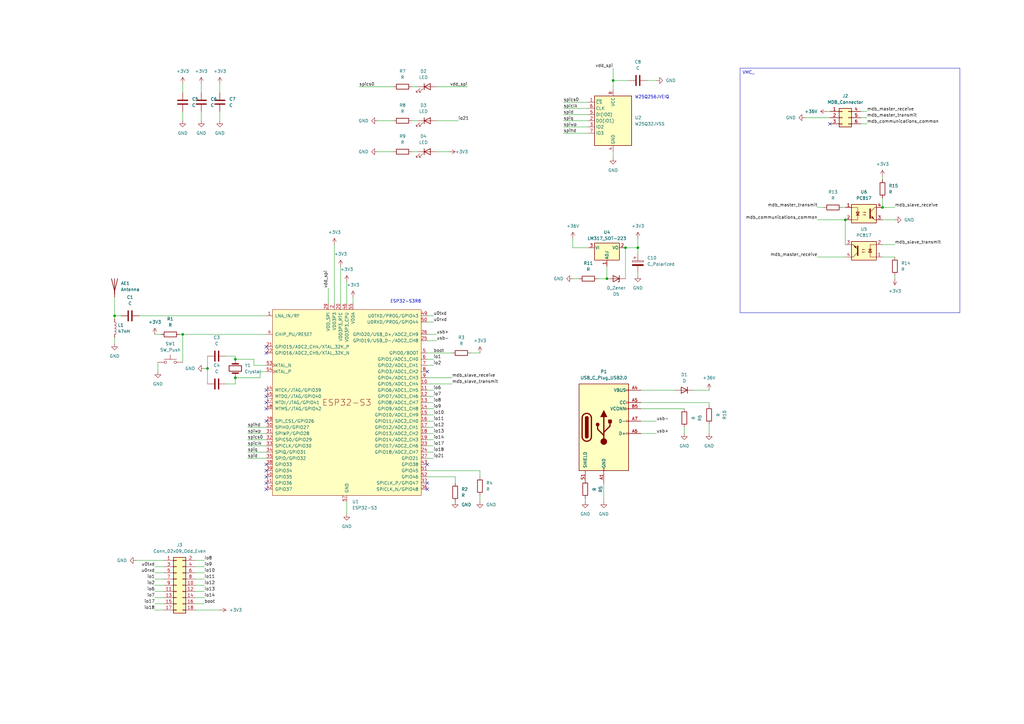
<source format=kicad_sch>
(kicad_sch (version 20231120) (generator "eeschema") (generator_version "8.0")
  (paper "A3")
  (lib_symbols
    (symbol "Connector:USB_C_Plug_USB2.0" (pin_names (offset 1.016))
      (property "Reference" "P" (at -10.16 19.05 0))
      (property "Value" "USB_C_Plug_USB2.0" (at 12.7 19.05 0))
      (symbol "USB_C_Plug_USB2.0_0_0"
        (rectangle (start -0.254 -17.78) (end 0.254 -16.764))
        (rectangle (start 10.16 -2.286) (end 9.144 -2.794))
        (rectangle (start 10.16 2.794) (end 9.144 2.286))
        (rectangle (start 10.16 7.874) (end 9.144 7.366))
        (rectangle (start 10.16 10.414) (end 9.144 9.906))
        (rectangle (start 10.16 15.494) (end 9.144 14.986))
      )
      (symbol "USB_C_Plug_USB2.0_0_1"
        (rectangle (start -10.16 17.78) (end 10.16 -17.78) (stroke (width 0.254)) (fill (type background)))
        (arc (start -8.89 -3.81) (mid -6.985 -5.7067) (end -5.08 -3.81) (stroke (width 0.508)))
        (arc (start -7.62 -3.81) (mid -6.985 -4.4423) (end -6.35 -3.81) (stroke (width 0.254)))
        (arc (start -7.62 -3.81) (mid -6.985 -4.4423) (end -6.35 -3.81) (stroke (width 0.254)) (fill (type outline)))
        (rectangle (start -7.62 -3.81) (end -6.35 3.81) (stroke (width 0.254)) (fill (type outline)))
        (arc (start -6.35 3.81) (mid -6.985 4.4423) (end -7.62 3.81) (stroke (width 0.254)))
        (arc (start -6.35 3.81) (mid -6.985 4.4423) (end -7.62 3.81) (stroke (width 0.254)) (fill (type outline)))
        (arc (start -5.08 3.81) (mid -6.985 5.7067) (end -8.89 3.81) (stroke (width 0.508)))
        (circle (center -2.54 1.143) (radius 0.635) (stroke (width 0.254)) (fill (type outline)))
        (circle (center 0 -5.842) (radius 1.27) (fill (type outline)))
        (polyline (pts (xy -8.89 -3.81) (xy -8.89 3.81)) (stroke (width 0.508)))
        (polyline (pts (xy -5.08 3.81) (xy -5.08 -3.81)) (stroke (width 0.508)))
        (polyline (pts (xy 0 -5.842) (xy 0 4.318)) (stroke (width 0.508)))
        (polyline (pts (xy 0 -3.302) (xy -2.54 -0.762) (xy -2.54 0.508)) (stroke (width 0.508)))
        (polyline (pts (xy 0 -2.032) (xy 2.54 0.508) (xy 2.54 1.778)) (stroke (width 0.508)))
        (polyline (pts (xy -1.27 4.318) (xy 0 6.858) (xy 1.27 4.318) (xy -1.27 4.318)) (stroke (width 0.254)) (fill (type outline)))
        (rectangle (start 1.905 1.778) (end 3.175 3.048) (stroke (width 0.254)) (fill (type outline)))
      )
      (symbol "USB_C_Plug_USB2.0_1_1"
        (pin passive line (at 0 -22.86 90) (length 5.08) (name "GND") (number "A1"))
        (pin passive line (at 0 -22.86 90) (length 5.08) hide (name "GND") (number "A12"))
        (pin passive line (at 15.24 15.24 180) (length 5.08) (name "VBUS") (number "A4"))
        (pin bidirectional line (at 15.24 10.16 180) (length 5.08) (name "CC") (number "A5"))
        (pin bidirectional line (at 15.24 -2.54 180) (length 5.08) (name "D+") (number "A6"))
        (pin bidirectional line (at 15.24 2.54 180) (length 5.08) (name "D-") (number "A7"))
        (pin passive line (at 15.24 15.24 180) (length 5.08) hide (name "VBUS") (number "A9"))
        (pin passive line (at 0 -22.86 90) (length 5.08) hide (name "GND") (number "B1"))
        (pin passive line (at 0 -22.86 90) (length 5.08) hide (name "GND") (number "B12"))
        (pin passive line (at 15.24 15.24 180) (length 5.08) hide (name "VBUS") (number "B4"))
        (pin bidirectional line (at 15.24 7.62 180) (length 5.08) (name "VCONN") (number "B5"))
        (pin passive line (at 15.24 15.24 180) (length 5.08) hide (name "VBUS") (number "B9"))
        (pin passive line (at -7.62 -22.86 90) (length 5.08) (name "SHIELD") (number "S1"))
      )
    )
    (symbol "Connector_Generic:Conn_02x03_Top_Bottom" (pin_names (offset 1.016) hide)
      (property "Reference" "J" (at 1.27 5.08 0))
      (property "Value" "Conn_02x03_Top_Bottom" (at 1.27 -5.08 0))
      (symbol "Conn_02x03_Top_Bottom_1_1"
        (rectangle (start -1.27 -2.413) (end 0 -2.667) (stroke (width 0.1524)))
        (rectangle (start -1.27 0.127) (end 0 -0.127) (stroke (width 0.1524)))
        (rectangle (start -1.27 2.667) (end 0 2.413) (stroke (width 0.1524)))
        (rectangle (start -1.27 3.81) (end 3.81 -3.81) (stroke (width 0.254)) (fill (type background)))
        (rectangle (start 3.81 -2.413) (end 2.54 -2.667) (stroke (width 0.1524)))
        (rectangle (start 3.81 0.127) (end 2.54 -0.127) (stroke (width 0.1524)))
        (rectangle (start 3.81 2.667) (end 2.54 2.413) (stroke (width 0.1524)))
        (pin passive line (at -5.08 2.54 0) (length 3.81) (name "Pin_1") (number "1"))
        (pin passive line (at -5.08 0 0) (length 3.81) (name "Pin_2") (number "2"))
        (pin passive line (at -5.08 -2.54 0) (length 3.81) (name "Pin_3") (number "3"))
        (pin passive line (at 7.62 2.54 180) (length 3.81) (name "Pin_4") (number "4"))
        (pin passive line (at 7.62 0 180) (length 3.81) (name "Pin_5") (number "5"))
        (pin passive line (at 7.62 -2.54 180) (length 3.81) (name "Pin_6") (number "6"))
      )
    )
    (symbol "Connector_Generic:Conn_02x09_Odd_Even" (pin_names (offset 1.016) hide)
      (property "Reference" "J" (at 1.27 12.7 0))
      (property "Value" "Conn_02x09_Odd_Even" (at 1.27 -12.7 0))
      (symbol "Conn_02x09_Odd_Even_1_1"
        (rectangle (start -1.27 -10.033) (end 0 -10.287) (stroke (width 0.1524)))
        (rectangle (start -1.27 -7.493) (end 0 -7.747) (stroke (width 0.1524)))
        (rectangle (start -1.27 -4.953) (end 0 -5.207) (stroke (width 0.1524)))
        (rectangle (start -1.27 -2.413) (end 0 -2.667) (stroke (width 0.1524)))
        (rectangle (start -1.27 0.127) (end 0 -0.127) (stroke (width 0.1524)))
        (rectangle (start -1.27 2.667) (end 0 2.413) (stroke (width 0.1524)))
        (rectangle (start -1.27 5.207) (end 0 4.953) (stroke (width 0.1524)))
        (rectangle (start -1.27 7.747) (end 0 7.493) (stroke (width 0.1524)))
        (rectangle (start -1.27 10.287) (end 0 10.033) (stroke (width 0.1524)))
        (rectangle (start -1.27 11.43) (end 3.81 -11.43) (stroke (width 0.254)) (fill (type background)))
        (rectangle (start 3.81 -10.033) (end 2.54 -10.287) (stroke (width 0.1524)))
        (rectangle (start 3.81 -7.493) (end 2.54 -7.747) (stroke (width 0.1524)))
        (rectangle (start 3.81 -4.953) (end 2.54 -5.207) (stroke (width 0.1524)))
        (rectangle (start 3.81 -2.413) (end 2.54 -2.667) (stroke (width 0.1524)))
        (rectangle (start 3.81 0.127) (end 2.54 -0.127) (stroke (width 0.1524)))
        (rectangle (start 3.81 2.667) (end 2.54 2.413) (stroke (width 0.1524)))
        (rectangle (start 3.81 5.207) (end 2.54 4.953) (stroke (width 0.1524)))
        (rectangle (start 3.81 7.747) (end 2.54 7.493) (stroke (width 0.1524)))
        (rectangle (start 3.81 10.287) (end 2.54 10.033) (stroke (width 0.1524)))
        (pin passive line (at -5.08 10.16 0) (length 3.81) (name "Pin_1") (number "1"))
        (pin passive line (at 7.62 0 180) (length 3.81) (name "Pin_10") (number "10"))
        (pin passive line (at -5.08 -2.54 0) (length 3.81) (name "Pin_11") (number "11"))
        (pin passive line (at 7.62 -2.54 180) (length 3.81) (name "Pin_12") (number "12"))
        (pin passive line (at -5.08 -5.08 0) (length 3.81) (name "Pin_13") (number "13"))
        (pin passive line (at 7.62 -5.08 180) (length 3.81) (name "Pin_14") (number "14"))
        (pin passive line (at -5.08 -7.62 0) (length 3.81) (name "Pin_15") (number "15"))
        (pin passive line (at 7.62 -7.62 180) (length 3.81) (name "Pin_16") (number "16"))
        (pin passive line (at -5.08 -10.16 0) (length 3.81) (name "Pin_17") (number "17"))
        (pin passive line (at 7.62 -10.16 180) (length 3.81) (name "Pin_18") (number "18"))
        (pin passive line (at 7.62 10.16 180) (length 3.81) (name "Pin_2") (number "2"))
        (pin passive line (at -5.08 7.62 0) (length 3.81) (name "Pin_3") (number "3"))
        (pin passive line (at 7.62 7.62 180) (length 3.81) (name "Pin_4") (number "4"))
        (pin passive line (at -5.08 5.08 0) (length 3.81) (name "Pin_5") (number "5"))
        (pin passive line (at 7.62 5.08 180) (length 3.81) (name "Pin_6") (number "6"))
        (pin passive line (at -5.08 2.54 0) (length 3.81) (name "Pin_7") (number "7"))
        (pin passive line (at 7.62 2.54 180) (length 3.81) (name "Pin_8") (number "8"))
        (pin passive line (at -5.08 0 0) (length 3.81) (name "Pin_9") (number "9"))
      )
    )
    (symbol "Device:Antenna" (pin_numbers hide) (pin_names (offset 1.016) hide)
      (property "Reference" "AE" (at -1.905 1.905 0))
      (property "Value" "Antenna" (at -1.905 0 0))
      (symbol "Antenna_0_1"
        (polyline (pts (xy 0 2.54) (xy 0 -3.81)) (stroke (width 0.254)))
        (polyline (pts (xy 1.27 2.54) (xy 0 -2.54) (xy -1.27 2.54)) (stroke (width 0.254)))
      )
      (symbol "Antenna_1_1"
        (pin input line (at 0 -5.08 90) (length 2.54) (name "A") (number "1"))
      )
    )
    (symbol "Device:C" (pin_numbers hide) (pin_names (offset 0.254))
      (property "Reference" "C" (at 0.635 2.54 0))
      (property "Value" "C" (at 0.635 -2.54 0))
      (symbol "C_0_1"
        (polyline (pts (xy -2.032 -0.762) (xy 2.032 -0.762)) (stroke (width 0.508)))
        (polyline (pts (xy -2.032 0.762) (xy 2.032 0.762)) (stroke (width 0.508)))
      )
      (symbol "C_1_1"
        (pin passive line (at 0 3.81 270) (length 2.794) (name "~") (number "1"))
        (pin passive line (at 0 -3.81 90) (length 2.794) (name "~") (number "2"))
      )
    )
    (symbol "Device:C_Polarized" (pin_numbers hide) (pin_names (offset 0.254))
      (property "Reference" "C" (at 0.635 2.54 0))
      (property "Value" "C_Polarized" (at 0.635 -2.54 0))
      (symbol "C_Polarized_0_1"
        (rectangle (start -2.286 0.508) (end 2.286 1.016))
        (polyline (pts (xy -1.778 2.286) (xy -0.762 2.286)))
        (polyline (pts (xy -1.27 2.794) (xy -1.27 1.778)))
        (rectangle (start 2.286 -0.508) (end -2.286 -1.016) (fill (type outline)))
      )
      (symbol "C_Polarized_1_1"
        (pin passive line (at 0 3.81 270) (length 2.794) (name "~") (number "1"))
        (pin passive line (at 0 -3.81 90) (length 2.794) (name "~") (number "2"))
      )
    )
    (symbol "Device:Crystal" (pin_numbers hide) (pin_names (offset 1.016) hide)
      (property "Reference" "Y" (at 0 3.81 0))
      (property "Value" "Crystal" (at 0 -3.81 0))
      (symbol "Crystal_0_1"
        (rectangle (start -1.143 2.54) (end 1.143 -2.54) (stroke (width 0.3048)))
        (polyline (pts (xy -2.54 0) (xy -1.905 0)))
        (polyline (pts (xy -1.905 -1.27) (xy -1.905 1.27)) (stroke (width 0.508)))
        (polyline (pts (xy 1.905 -1.27) (xy 1.905 1.27)) (stroke (width 0.508)))
        (polyline (pts (xy 2.54 0) (xy 1.905 0)))
      )
      (symbol "Crystal_1_1"
        (pin passive line (at -3.81 0 0) (length 1.27) (name "1") (number "1"))
        (pin passive line (at 3.81 0 180) (length 1.27) (name "2") (number "2"))
      )
    )
    (symbol "Device:D" (pin_numbers hide) (pin_names (offset 1.016) hide)
      (property "Reference" "D" (at 0 2.54 0))
      (property "Value" "D" (at 0 -2.54 0))
      (symbol "D_0_1"
        (polyline (pts (xy -1.27 1.27) (xy -1.27 -1.27)) (stroke (width 0.254)))
        (polyline (pts (xy 1.27 0) (xy -1.27 0)))
        (polyline (pts (xy 1.27 1.27) (xy 1.27 -1.27) (xy -1.27 0) (xy 1.27 1.27)) (stroke (width 0.254)))
      )
      (symbol "D_1_1"
        (pin passive line (at -3.81 0 0) (length 2.54) (name "K") (number "1"))
        (pin passive line (at 3.81 0 180) (length 2.54) (name "A") (number "2"))
      )
    )
    (symbol "Device:D_Zener" (pin_numbers hide) (pin_names (offset 1.016) hide)
      (property "Reference" "D" (at 0 2.54 0))
      (property "Value" "D_Zener" (at 0 -2.54 0))
      (symbol "D_Zener_0_1"
        (polyline (pts (xy 1.27 0) (xy -1.27 0)))
        (polyline (pts (xy -1.27 -1.27) (xy -1.27 1.27) (xy -0.762 1.27)) (stroke (width 0.254)))
        (polyline (pts (xy 1.27 -1.27) (xy 1.27 1.27) (xy -1.27 0) (xy 1.27 -1.27)) (stroke (width 0.254)))
      )
      (symbol "D_Zener_1_1"
        (pin passive line (at -3.81 0 0) (length 2.54) (name "K") (number "1"))
        (pin passive line (at 3.81 0 180) (length 2.54) (name "A") (number "2"))
      )
    )
    (symbol "Device:L" (pin_numbers hide) (pin_names (offset 1.016) hide)
      (property "Reference" "L" (at -1.27 0 90))
      (property "Value" "L" (at 1.905 0 90))
      (symbol "L_0_1"
        (arc (start 0 -2.54) (mid 0.6323 -1.905) (end 0 -1.27))
        (arc (start 0 -1.27) (mid 0.6323 -0.635) (end 0 0))
        (arc (start 0 0) (mid 0.6323 0.635) (end 0 1.27))
        (arc (start 0 1.27) (mid 0.6323 1.905) (end 0 2.54))
      )
      (symbol "L_1_1"
        (pin passive line (at 0 3.81 270) (length 1.27) (name "1") (number "1"))
        (pin passive line (at 0 -3.81 90) (length 1.27) (name "2") (number "2"))
      )
    )
    (symbol "Device:LED" (pin_numbers hide) (pin_names (offset 1.016) hide)
      (property "Reference" "D" (at 0 2.54 0))
      (property "Value" "LED" (at 0 -2.54 0))
      (symbol "LED_0_1"
        (polyline (pts (xy -1.27 -1.27) (xy -1.27 1.27)) (stroke (width 0.254)))
        (polyline (pts (xy -1.27 0) (xy 1.27 0)))
        (polyline (pts (xy 1.27 -1.27) (xy 1.27 1.27) (xy -1.27 0) (xy 1.27 -1.27)) (stroke (width 0.254)))
        (polyline (pts (xy -3.048 -0.762) (xy -4.572 -2.286) (xy -3.81 -2.286) (xy -4.572 -2.286) (xy -4.572 -1.524)))
        (polyline (pts (xy -1.778 -0.762) (xy -3.302 -2.286) (xy -2.54 -2.286) (xy -3.302 -2.286) (xy -3.302 -1.524)))
      )
      (symbol "LED_1_1"
        (pin passive line (at -3.81 0 0) (length 2.54) (name "K") (number "1"))
        (pin passive line (at 3.81 0 180) (length 2.54) (name "A") (number "2"))
      )
    )
    (symbol "Device:R" (pin_numbers hide) (pin_names (offset 0))
      (property "Reference" "R" (at 2.032 0 90))
      (property "Value" "R" (at 0 0 90))
      (symbol "R_0_1"
        (rectangle (start -1.016 -2.54) (end 1.016 2.54) (stroke (width 0.254)))
      )
      (symbol "R_1_1"
        (pin passive line (at 0 3.81 270) (length 1.27) (name "~") (number "1"))
        (pin passive line (at 0 -3.81 90) (length 1.27) (name "~") (number "2"))
      )
    )
    (symbol "Isolator:PC817" (pin_names (offset 1.016))
      (property "Reference" "U" (at -5.08 5.08 0))
      (property "Value" "PC817" (at 0 5.08 0))
      (symbol "PC817_0_1"
        (rectangle (start -5.08 3.81) (end 5.08 -3.81) (stroke (width 0.254)) (fill (type background)))
        (polyline (pts (xy -3.175 -0.635) (xy -1.905 -0.635)) (stroke (width 0.254)))
        (polyline (pts (xy 2.54 0.635) (xy 4.445 2.54)))
        (polyline (pts (xy 4.445 -2.54) (xy 2.54 -0.635)) (fill (type outline)))
        (polyline (pts (xy 4.445 -2.54) (xy 5.08 -2.54)))
        (polyline (pts (xy 4.445 2.54) (xy 5.08 2.54)))
        (polyline (pts (xy -5.08 2.54) (xy -2.54 2.54) (xy -2.54 -0.635)))
        (polyline (pts (xy -2.54 -0.635) (xy -2.54 -2.54) (xy -5.08 -2.54)))
        (polyline (pts (xy 2.54 1.905) (xy 2.54 -1.905) (xy 2.54 -1.905)) (stroke (width 0.508)))
        (polyline (pts (xy -2.54 -0.635) (xy -3.175 0.635) (xy -1.905 0.635) (xy -2.54 -0.635)) (stroke (width 0.254)))
        (polyline (pts (xy -0.508 -0.508) (xy 0.762 -0.508) (xy 0.381 -0.635) (xy 0.381 -0.381) (xy 0.762 -0.508)))
        (polyline (pts (xy -0.508 0.508) (xy 0.762 0.508) (xy 0.381 0.381) (xy 0.381 0.635) (xy 0.762 0.508)))
        (polyline (pts (xy 3.048 -1.651) (xy 3.556 -1.143) (xy 4.064 -2.159) (xy 3.048 -1.651) (xy 3.048 -1.651)) (fill (type outline)))
      )
      (symbol "PC817_1_1"
        (pin passive line (at -7.62 2.54 0) (length 2.54) (name "~") (number "1"))
        (pin passive line (at -7.62 -2.54 0) (length 2.54) (name "~") (number "2"))
        (pin passive line (at 7.62 -2.54 180) (length 2.54) (name "~") (number "3"))
        (pin passive line (at 7.62 2.54 180) (length 2.54) (name "~") (number "4"))
      )
    )
    (symbol "Memory_Flash:W25Q32JVSS"
      (property "Reference" "U" (at -6.35 11.43 0))
      (property "Value" "W25Q32JVSS" (at 7.62 11.43 0))
      (symbol "W25Q32JVSS_0_1"
        (rectangle (start -7.62 10.16) (end 7.62 -10.16) (stroke (width 0.254)) (fill (type background)))
      )
      (symbol "W25Q32JVSS_1_1"
        (pin input line (at -10.16 7.62 0) (length 2.54) (name "~{CS}") (number "1"))
        (pin bidirectional line (at -10.16 0 0) (length 2.54) (name "DO(IO1)") (number "2"))
        (pin bidirectional line (at -10.16 -2.54 0) (length 2.54) (name "IO2") (number "3"))
        (pin power_in line (at 0 -12.7 90) (length 2.54) (name "GND") (number "4"))
        (pin bidirectional line (at -10.16 2.54 0) (length 2.54) (name "DI(IO0)") (number "5"))
        (pin input line (at -10.16 5.08 0) (length 2.54) (name "CLK") (number "6"))
        (pin bidirectional line (at -10.16 -5.08 0) (length 2.54) (name "IO3") (number "7"))
        (pin power_in line (at 0 12.7 270) (length 2.54) (name "VCC") (number "8"))
      )
    )
    (symbol "PCM_Espressif:ESP32-S3" (pin_names (offset 1.016))
      (property "Reference" "U" (at -30.48 43.18 0))
      (property "Value" "ESP32-S3" (at -30.48 40.64 0))
      (symbol "ESP32-S3_0_0"
        (text "ESP32-S3" (at 0 0 0) (effects (font (size 2.54 2.54))))
        (pin bidirectional line (at 33.02 -35.56 180) (length 2.54) (name "SPICLK_N/GPIO48") (number "36"))
        (pin bidirectional line (at 33.02 -33.02 180) (length 2.54) (name "SPICLK_P/GPIO47") (number "37"))
      )
      (symbol "ESP32-S3_0_1"
        (rectangle (start -30.48 38.1) (end 30.48 -38.1) (fill (type background)))
      )
      (symbol "ESP32-S3_1_1"
        (pin bidirectional line (at -33.02 35.56 0) (length 2.54) (name "LNA_IN/RF") (number "1"))
        (pin bidirectional line (at 33.02 7.62 180) (length 2.54) (name "GPIO5/ADC1_CH4") (number "10"))
        (pin bidirectional line (at 33.02 5.08 180) (length 2.54) (name "GPIO6/ADC1_CH5") (number "11"))
        (pin bidirectional line (at 33.02 2.54 180) (length 2.54) (name "GPIO7/ADC1_CH6") (number "12"))
        (pin bidirectional line (at 33.02 0 180) (length 2.54) (name "GPIO8/ADC1_CH7") (number "13"))
        (pin bidirectional line (at 33.02 -2.54 180) (length 2.54) (name "GPIO9/ADC1_CH8") (number "14"))
        (pin bidirectional line (at 33.02 -5.08 180) (length 2.54) (name "GPIO10/ADC1_CH9") (number "15"))
        (pin bidirectional line (at 33.02 -7.62 180) (length 2.54) (name "GPIO11/ADC2_CH0") (number "16"))
        (pin bidirectional line (at 33.02 -10.16 180) (length 2.54) (name "GPIO12/ADC2_CH1") (number "17"))
        (pin bidirectional line (at 33.02 -12.7 180) (length 2.54) (name "GPIO13/ADC2_CH2") (number "18"))
        (pin bidirectional line (at 33.02 -15.24 180) (length 2.54) (name "GPIO14/ADC2_CH3") (number "19"))
        (pin power_in line (at -5.08 40.64 270) (length 2.54) (name "VDD3P3") (number "2"))
        (pin power_in line (at -2.54 40.64 270) (length 2.54) (name "VDD3P3_RTC") (number "20"))
        (pin bidirectional line (at -33.02 22.86 0) (length 2.54) (name "GPIO15/ADC2_CH4/XTAL_32K_P") (number "21"))
        (pin bidirectional line (at -33.02 20.32 0) (length 2.54) (name "GPIO16/ADC2_CH5/XTAL_32K_N") (number "22"))
        (pin bidirectional line (at 33.02 -17.78 180) (length 2.54) (name "GPIO17/ADC2_CH6") (number "23"))
        (pin bidirectional line (at 33.02 -20.32 180) (length 2.54) (name "GPIO18/ADC2_CH7") (number "24"))
        (pin bidirectional line (at 33.02 25.4 180) (length 2.54) (name "GPIO19/USB_D-/ADC2_CH8") (number "25"))
        (pin bidirectional line (at 33.02 27.94 180) (length 2.54) (name "GPIO20/USB_D+/ADC2_CH9") (number "26"))
        (pin bidirectional line (at 33.02 -22.86 180) (length 2.54) (name "GPIO21") (number "27"))
        (pin bidirectional line (at -33.02 -7.62 0) (length 2.54) (name "SPI_CS1/GPIO26") (number "28"))
        (pin power_out line (at -7.62 40.64 270) (length 2.54) (name "VDD_SPI") (number "29"))
        (pin power_in line (at -5.08 40.64 270) (length 2.54) hide (name "VDD3P3") (number "3"))
        (pin bidirectional line (at -33.02 -10.16 0) (length 2.54) (name "SPIHD/GPIO27") (number "30"))
        (pin bidirectional line (at -33.02 -12.7 0) (length 2.54) (name "SPIWP/GPIO28") (number "31"))
        (pin bidirectional line (at -33.02 -15.24 0) (length 2.54) (name "SPICS0/GPIO29") (number "32"))
        (pin bidirectional line (at -33.02 -17.78 0) (length 2.54) (name "SPICLK/GPIO30") (number "33"))
        (pin bidirectional line (at -33.02 -20.32 0) (length 2.54) (name "SPIQ/GPIO31") (number "34"))
        (pin bidirectional line (at -33.02 -22.86 0) (length 2.54) (name "SPID/GPIO32") (number "35"))
        (pin bidirectional line (at -33.02 -25.4 0) (length 2.54) (name "GPIO33") (number "38"))
        (pin bidirectional line (at -33.02 -27.94 0) (length 2.54) (name "GPIO34") (number "39"))
        (pin input line (at -33.02 27.94 0) (length 2.54) (name "CHIP_PU/RESET") (number "4"))
        (pin bidirectional line (at -33.02 -30.48 0) (length 2.54) (name "GPIO35") (number "40"))
        (pin bidirectional line (at -33.02 -33.02 0) (length 2.54) (name "GPIO36") (number "41"))
        (pin bidirectional line (at -33.02 -35.56 0) (length 2.54) (name "GPIO37") (number "42"))
        (pin bidirectional line (at 33.02 -25.4 180) (length 2.54) (name "GPIO38") (number "43"))
        (pin bidirectional line (at -33.02 5.08 0) (length 2.54) (name "MTCK/JTAG/GPIO39") (number "44"))
        (pin bidirectional line (at -33.02 2.54 0) (length 2.54) (name "MTDO/JTAG/GPIO40") (number "45"))
        (pin power_in line (at 0 40.64 270) (length 2.54) (name "VDD3P3_CPU") (number "46"))
        (pin bidirectional line (at -33.02 0 0) (length 2.54) (name "MTDI/JTAG/GPIO41") (number "47"))
        (pin bidirectional line (at -33.02 -2.54 0) (length 2.54) (name "MTMS/JTAG/GPIO42") (number "48"))
        (pin bidirectional line (at 33.02 35.56 180) (length 2.54) (name "U0TXD/PROG/GPIO43") (number "49"))
        (pin bidirectional line (at 33.02 20.32 180) (length 2.54) (name "GPIO0/BOOT") (number "5"))
        (pin bidirectional line (at 33.02 33.02 180) (length 2.54) (name "U0RXD/PROG/GPIO44") (number "50"))
        (pin bidirectional line (at 33.02 -27.94 180) (length 2.54) (name "GPIO45") (number "51"))
        (pin bidirectional line (at 33.02 -30.48 180) (length 2.54) (name "GPIO46") (number "52"))
        (pin input clock (at -33.02 15.24 0) (length 2.54) (name "XTAL_N") (number "53"))
        (pin output clock (at -33.02 12.7 0) (length 2.54) (name "XTAL_P") (number "54"))
        (pin power_in line (at 2.54 40.64 270) (length 2.54) (name "VDDA") (number "55"))
        (pin passive line (at 2.54 40.64 270) (length 2.54) hide (name "VDDA") (number "56"))
        (pin power_in line (at 0 -40.64 90) (length 2.54) (name "GND") (number "57"))
        (pin bidirectional line (at 33.02 17.78 180) (length 2.54) (name "GPIO1/ADC1_CH0") (number "6"))
        (pin bidirectional line (at 33.02 15.24 180) (length 2.54) (name "GPIO2/ADC1_CH1") (number "7"))
        (pin bidirectional line (at 33.02 12.7 180) (length 2.54) (name "GPIO3/ADC1_CH2") (number "8"))
        (pin bidirectional line (at 33.02 10.16 180) (length 2.54) (name "GPIO4/ADC1_CH3") (number "9"))
      )
    )
    (symbol "Regulator_Linear:LM317_SOT-223" (pin_names (offset 0.254))
      (property "Reference" "U" (at -3.81 3.175 0))
      (property "Value" "LM317_SOT-223" (at 0 3.175 0))
      (symbol "LM317_SOT-223_0_1"
        (rectangle (start -5.08 1.905) (end 5.08 -5.08) (stroke (width 0.254)) (fill (type background)))
      )
      (symbol "LM317_SOT-223_1_1"
        (pin input line (at 0 -7.62 90) (length 2.54) (name "ADJ") (number "1"))
        (pin power_out line (at 7.62 0 180) (length 2.54) (name "VO") (number "2"))
        (pin power_in line (at -7.62 0 0) (length 2.54) (name "VI") (number "3"))
      )
    )
    (symbol "Switch:SW_Push" (pin_numbers hide) (pin_names (offset 1.016) hide)
      (property "Reference" "SW" (at 1.27 2.54 0))
      (property "Value" "SW_Push" (at 0 -1.524 0))
      (symbol "SW_Push_0_1"
        (circle (center -2.032 0) (radius 0.508))
        (polyline (pts (xy 0 1.27) (xy 0 3.048)))
        (polyline (pts (xy 2.54 1.27) (xy -2.54 1.27)))
        (circle (center 2.032 0) (radius 0.508))
        (pin passive line (at -5.08 0 0) (length 2.54) (name "1") (number "1"))
        (pin passive line (at 5.08 0 180) (length 2.54) (name "2") (number "2"))
      )
    )
    (symbol "power:+36V" (power) (pin_numbers hide) (pin_names (offset 0) hide)
      (property "Value" "+36V" (at 0 3.556 0))
      (symbol "+36V_0_1"
        (polyline (pts (xy -0.762 1.27) (xy 0 2.54)))
        (polyline (pts (xy 0 0) (xy 0 2.54)))
        (polyline (pts (xy 0 2.54) (xy 0.762 1.27)))
      )
      (symbol "+36V_1_1"
        (pin power_in line (at 0 0 90) (length 0) (name "~") (number "1"))
      )
    )
    (symbol "power:+3V3" (power) (pin_names (offset 0))
      (property "Value" "+3V3" (at 0 3.556 0))
      (symbol "+3V3_0_1"
        (polyline (pts (xy -0.762 1.27) (xy 0 2.54)))
        (polyline (pts (xy 0 0) (xy 0 2.54)))
        (polyline (pts (xy 0 2.54) (xy 0.762 1.27)))
      )
      (symbol "+3V3_1_1"
        (pin power_in line (at 0 0 90) (length 0) hide (name "+3V3") (number "1"))
      )
    )
    (symbol "power:GND" (power) (pin_names (offset 0))
      (property "Value" "GND" (at 0 -3.81 0))
      (symbol "GND_0_1"
        (polyline (pts (xy 0 0) (xy 0 -1.27) (xy 1.27 -1.27) (xy 0 -2.54) (xy -1.27 -1.27) (xy 0 -1.27)))
      )
      (symbol "GND_1_1"
        (pin power_in line (at 0 0 270) (length 0) hide (name "GND") (number "1"))
      )
    )
  )
  (junction (at 248.92 114.3))
  (junction (at 261.62 101.6))
  (junction (at 85.09 151.13))
  (junction (at 251.46 33.02))
  (junction (at 96.52 147.32))
  (junction (at 361.95 85.09))
  (junction (at 46.99 129.54))
  (junction (at 346.71 90.17))
  (junction (at 74.93 137.16))
  (junction (at 256.54 101.6))
  (junction (at 96.52 154.94))
  (no_connect (at 109.22 193.04))
  (no_connect (at 109.22 195.58))
  (no_connect (at 109.22 200.66))
  (no_connect (at 109.22 160.02))
  (no_connect (at 175.26 200.66))
  (no_connect (at 109.22 162.56))
  (no_connect (at 109.22 167.64))
  (no_connect (at 175.26 198.12))
  (no_connect (at 109.22 165.1))
  (no_connect (at 109.22 144.78))
  (no_connect (at 175.26 152.4))
  (no_connect (at 109.22 198.12))
  (no_connect (at 340.36 50.8))
  (no_connect (at 109.22 142.24))
  (no_connect (at 109.22 172.72))
  (no_connect (at 175.26 190.5))
  (no_connect (at 109.22 190.5))
  (wire (pts (xy 245.11 114.3) (xy 248.92 114.3)))
  (wire (pts (xy 290.83 165.1) (xy 290.83 166.37)))
  (wire (pts (xy 256.54 101.6) (xy 261.62 101.6)))
  (wire (pts (xy 96.52 157.48) (xy 96.52 154.94)))
  (wire (pts (xy 175.26 149.86) (xy 177.8 149.86)))
  (wire (pts (xy 85.09 146.05) (xy 85.09 151.13)))
  (wire (pts (xy 63.5 247.65) (xy 67.31 247.65)))
  (wire (pts (xy 175.26 185.42) (xy 177.8 185.42)))
  (wire (pts (xy 261.62 104.14) (xy 261.62 101.6)))
  (wire (pts (xy 175.26 157.48) (xy 185.42 157.48)))
  (wire (pts (xy 353.06 45.72) (xy 355.6 45.72)))
  (wire (pts (xy 73.66 137.16) (xy 74.93 137.16)))
  (wire (pts (xy 262.89 172.72) (xy 269.24 172.72)))
  (wire (pts (xy 231.14 44.45) (xy 241.3 44.45)))
  (wire (pts (xy 175.26 129.54) (xy 177.8 129.54)))
  (wire (pts (xy 106.68 154.94) (xy 106.68 152.4)))
  (wire (pts (xy 63.5 237.49) (xy 67.31 237.49)))
  (wire (pts (xy 175.26 170.18) (xy 177.8 170.18)))
  (wire (pts (xy 154.94 62.23) (xy 161.29 62.23)))
  (wire (pts (xy 361.95 85.09) (xy 367.03 85.09)))
  (wire (pts (xy 262.89 167.64) (xy 280.67 167.64)))
  (wire (pts (xy 66.04 137.16) (xy 63.5 137.16)))
  (wire (pts (xy 234.95 97.79) (xy 234.95 101.6)))
  (wire (pts (xy 46.99 129.54) (xy 46.99 130.81)))
  (wire (pts (xy 186.69 198.12) (xy 186.69 195.58)))
  (wire (pts (xy 234.95 114.3) (xy 237.49 114.3)))
  (wire (pts (xy 231.14 52.07) (xy 241.3 52.07)))
  (wire (pts (xy 175.26 177.8) (xy 177.8 177.8)))
  (wire (pts (xy 101.6 187.96) (xy 109.22 187.96)))
  (wire (pts (xy 251.46 33.02) (xy 257.81 33.02)))
  (wire (pts (xy 80.01 229.87) (xy 83.82 229.87)))
  (wire (pts (xy 231.14 41.91) (xy 241.3 41.91)))
  (wire (pts (xy 346.71 90.17) (xy 346.71 100.33)))
  (wire (pts (xy 231.14 54.61) (xy 241.3 54.61)))
  (wire (pts (xy 147.32 35.56) (xy 161.29 35.56)))
  (wire (pts (xy 345.44 85.09) (xy 346.71 85.09)))
  (wire (pts (xy 63.5 250.19) (xy 67.31 250.19)))
  (wire (pts (xy 175.26 137.16) (xy 179.07 137.16)))
  (wire (pts (xy 234.95 101.6) (xy 241.3 101.6)))
  (wire (pts (xy 55.88 229.87) (xy 67.31 229.87)))
  (wire (pts (xy 175.26 132.08) (xy 177.8 132.08)))
  (wire (pts (xy 168.91 35.56) (xy 171.45 35.56)))
  (wire (pts (xy 175.26 193.04) (xy 196.85 193.04)))
  (wire (pts (xy 353.06 48.26) (xy 355.6 48.26)))
  (wire (pts (xy 57.15 129.54) (xy 109.22 129.54)))
  (wire (pts (xy 85.09 151.13) (xy 83.82 151.13)))
  (wire (pts (xy 92.71 157.48) (xy 96.52 157.48)))
  (wire (pts (xy 101.6 177.8) (xy 109.22 177.8)))
  (wire (pts (xy 179.07 49.53) (xy 187.96 49.53)))
  (wire (pts (xy 74.93 34.29) (xy 74.93 38.1)))
  (wire (pts (xy 361.95 100.33) (xy 367.03 100.33)))
  (wire (pts (xy 261.62 97.79) (xy 261.62 101.6)))
  (wire (pts (xy 353.06 50.8) (xy 355.6 50.8)))
  (wire (pts (xy 261.62 111.76) (xy 261.62 113.03)))
  (wire (pts (xy 90.17 34.29) (xy 90.17 38.1)))
  (wire (pts (xy 330.2 48.26) (xy 340.36 48.26)))
  (wire (pts (xy 177.8 172.72) (xy 175.26 172.72)))
  (wire (pts (xy 240.03 196.85) (xy 240.03 198.12)))
  (wire (pts (xy 80.01 247.65) (xy 83.82 247.65)))
  (wire (pts (xy 101.6 175.26) (xy 109.22 175.26)))
  (wire (pts (xy 46.99 129.54) (xy 49.53 129.54)))
  (wire (pts (xy 96.52 146.05) (xy 96.52 147.32)))
  (wire (pts (xy 134.62 118.11) (xy 134.62 124.46)))
  (wire (pts (xy 179.07 35.56) (xy 191.77 35.56)))
  (wire (pts (xy 262.89 177.8) (xy 269.24 177.8)))
  (wire (pts (xy 63.5 240.03) (xy 67.31 240.03)))
  (wire (pts (xy 104.14 147.32) (xy 96.52 147.32)))
  (wire (pts (xy 240.03 205.74) (xy 240.03 204.47)))
  (wire (pts (xy 46.99 138.43) (xy 46.99 140.97)))
  (wire (pts (xy 262.89 165.1) (xy 290.83 165.1)))
  (wire (pts (xy 137.16 100.33) (xy 137.16 124.46)))
  (wire (pts (xy 175.26 147.32) (xy 177.8 147.32)))
  (wire (pts (xy 175.26 175.26) (xy 177.8 175.26)))
  (wire (pts (xy 231.14 49.53) (xy 241.3 49.53)))
  (wire (pts (xy 231.14 46.99) (xy 241.3 46.99)))
  (wire (pts (xy 248.92 109.22) (xy 248.92 114.3)))
  (wire (pts (xy 96.52 154.94) (xy 106.68 154.94)))
  (wire (pts (xy 335.28 85.09) (xy 337.82 85.09)))
  (wire (pts (xy 339.09 45.72) (xy 340.36 45.72)))
  (wire (pts (xy 154.94 49.53) (xy 161.29 49.53)))
  (wire (pts (xy 175.26 144.78) (xy 185.42 144.78)))
  (wire (pts (xy 74.93 137.16) (xy 109.22 137.16)))
  (wire (pts (xy 265.43 33.02) (xy 269.24 33.02)))
  (wire (pts (xy 175.26 154.94) (xy 185.42 154.94)))
  (wire (pts (xy 256.54 101.6) (xy 256.54 114.3)))
  (wire (pts (xy 82.55 34.29) (xy 82.55 38.1)))
  (wire (pts (xy 64.77 148.59) (xy 64.77 152.4)))
  (wire (pts (xy 139.7 109.22) (xy 139.7 124.46)))
  (wire (pts (xy 63.5 242.57) (xy 67.31 242.57)))
  (wire (pts (xy 175.26 165.1) (xy 177.8 165.1)))
  (wire (pts (xy 175.26 139.7) (xy 179.07 139.7)))
  (wire (pts (xy 80.01 234.95) (xy 83.82 234.95)))
  (wire (pts (xy 74.93 137.16) (xy 74.93 148.59)))
  (wire (pts (xy 175.26 195.58) (xy 186.69 195.58)))
  (wire (pts (xy 179.07 62.23) (xy 184.15 62.23)))
  (wire (pts (xy 82.55 45.72) (xy 82.55 49.53)))
  (wire (pts (xy 175.26 162.56) (xy 177.8 162.56)))
  (wire (pts (xy 80.01 240.03) (xy 83.82 240.03)))
  (wire (pts (xy 361.95 72.39) (xy 361.95 73.66)))
  (wire (pts (xy 46.99 121.92) (xy 46.99 129.54)))
  (wire (pts (xy 80.01 232.41) (xy 83.82 232.41)))
  (wire (pts (xy 251.46 27.94) (xy 251.46 33.02)))
  (wire (pts (xy 175.26 182.88) (xy 177.8 182.88)))
  (wire (pts (xy 175.26 187.96) (xy 177.8 187.96)))
  (wire (pts (xy 101.6 180.34) (xy 109.22 180.34)))
  (wire (pts (xy 280.67 175.26) (xy 280.67 177.8)))
  (wire (pts (xy 196.85 193.04) (xy 196.85 195.58)))
  (wire (pts (xy 85.09 157.48) (xy 85.09 151.13)))
  (wire (pts (xy 361.95 105.41) (xy 367.03 105.41)))
  (wire (pts (xy 175.26 167.64) (xy 177.8 167.64)))
  (wire (pts (xy 367.03 113.03) (xy 367.03 114.3)))
  (wire (pts (xy 90.17 45.72) (xy 90.17 49.53)))
  (wire (pts (xy 284.48 160.02) (xy 290.83 160.02)))
  (wire (pts (xy 175.26 160.02) (xy 177.8 160.02)))
  (wire (pts (xy 251.46 64.77) (xy 251.46 62.23)))
  (wire (pts (xy 80.01 237.49) (xy 83.82 237.49)))
  (wire (pts (xy 63.5 234.95) (xy 67.31 234.95)))
  (wire (pts (xy 106.68 152.4) (xy 109.22 152.4)))
  (wire (pts (xy 63.5 245.11) (xy 67.31 245.11)))
  (wire (pts (xy 101.6 185.42) (xy 109.22 185.42)))
  (wire (pts (xy 63.5 232.41) (xy 67.31 232.41)))
  (wire (pts (xy 142.24 205.74) (xy 142.24 210.82)))
  (wire (pts (xy 262.89 160.02) (xy 276.86 160.02)))
  (wire (pts (xy 361.95 81.28) (xy 361.95 85.09)))
  (wire (pts (xy 80.01 245.11) (xy 83.82 245.11)))
  (wire (pts (xy 142.24 115.57) (xy 142.24 124.46)))
  (wire (pts (xy 335.28 90.17) (xy 346.71 90.17)))
  (wire (pts (xy 361.95 90.17) (xy 367.03 90.17)))
  (wire (pts (xy 104.14 149.86) (xy 104.14 147.32)))
  (wire (pts (xy 74.93 45.72) (xy 74.93 49.53)))
  (wire (pts (xy 247.65 198.12) (xy 247.65 205.74)))
  (wire (pts (xy 251.46 33.02) (xy 251.46 36.83)))
  (wire (pts (xy 290.83 173.99) (xy 290.83 177.8)))
  (wire (pts (xy 92.71 146.05) (xy 96.52 146.05)))
  (wire (pts (xy 335.28 105.41) (xy 346.71 105.41)))
  (wire (pts (xy 101.6 182.88) (xy 109.22 182.88)))
  (wire (pts (xy 144.78 121.92) (xy 144.78 124.46)))
  (wire (pts (xy 80.01 242.57) (xy 83.82 242.57)))
  (wire (pts (xy 196.85 203.2) (xy 196.85 205.74)))
  (wire (pts (xy 168.91 62.23) (xy 171.45 62.23)))
  (wire (pts (xy 193.04 144.78) (xy 196.85 144.78)))
  (wire (pts (xy 109.22 149.86) (xy 104.14 149.86)))
  (wire (pts (xy 175.26 180.34) (xy 177.8 180.34)))
  (wire (pts (xy 80.01 250.19) (xy 90.17 250.19)))
  (wire (pts (xy 168.91 49.53) (xy 171.45 49.53)))
  (text_box "VMC_" (at 303.53 27.94 0) (size 90.17 100.33) (effects (font (size 1.27 1.27)) (justify left top)))
  (text "ESP32-S3R8" (at 160.02 124.46 0) (effects (font (size 1.27 1.27)) (justify left bottom)))
  (text "W25Q256JVEIQ " (at 260.35 40.64 0) (effects (font (size 1.27 1.27)) (justify left bottom)))
  (label "spiq" (at 101.6 185.42 0))
  (label "spid" (at 101.6 187.96 0))
  (label "spics0" (at 147.32 35.56 0))
  (label "vdd_spi" (at 134.62 118.11 90))
  (label "usb+" (at 179.07 137.16 0))
  (label "mdb_master_receive" (at 355.6 45.72 0))
  (label "io1" (at 177.8 147.32 0))
  (label "spiwp" (at 101.6 177.8 0))
  (label "io9" (at 177.8 167.64 0))
  (label "boot" (at 177.8 144.78 0))
  (label "spihd" (at 101.6 175.26 0))
  (label "spiclk" (at 231.14 44.45 0))
  (label "usb-" (at 269.24 172.72 0))
  (label "io13" (at 83.82 242.57 0))
  (label "vdd_spi" (at 251.46 27.94 180))
  (label "io8" (at 83.82 229.87 0))
  (label "io6" (at 177.8 160.02 0))
  (label "io7" (at 63.5 245.11 180))
  (label "spid" (at 231.14 46.99 0))
  (label "mdb_slave_receive" (at 367.03 85.09 0))
  (label "io7" (at 177.8 162.56 0))
  (label "usb+" (at 269.24 177.8 0))
  (label "io14" (at 83.82 245.11 0))
  (label "io6" (at 63.5 242.57 180))
  (label "io2" (at 63.5 240.03 180))
  (label "io11" (at 177.8 172.72 0))
  (label "usb-" (at 179.07 139.7 0))
  (label "io21" (at 187.96 49.53 0))
  (label "io10" (at 83.82 234.95 0))
  (label "vdd_spi" (at 191.77 35.56 180))
  (label "io12" (at 177.8 175.26 0))
  (label "mdb_slave_receive" (at 185.42 154.94 0))
  (label "io12" (at 83.82 240.03 0))
  (label "io2" (at 177.8 149.86 0))
  (label "spics0" (at 101.6 180.34 0))
  (label "spics0" (at 231.14 41.91 0))
  (label "spihd" (at 231.14 54.61 0))
  (label "io21" (at 177.8 187.96 0))
  (label "u0txd" (at 63.5 232.41 180))
  (label "io9" (at 83.82 232.41 0))
  (label "u0rxd" (at 177.8 132.08 0))
  (label "io18" (at 177.8 185.42 0))
  (label "io17" (at 177.8 182.88 0))
  (label "io8" (at 177.8 165.1 0))
  (label "mdb_slave_transmit" (at 367.03 100.33 0))
  (label "mdb_communications_common" (at 355.6 50.8 0))
  (label "io1" (at 63.5 237.49 180))
  (label "u0rxd" (at 63.5 234.95 180))
  (label "io14" (at 177.8 180.34 0))
  (label "spiclk" (at 101.6 182.88 0))
  (label "mdb_master_transmit" (at 335.28 85.09 180))
  (label "mdb_slave_transmit" (at 185.42 157.48 0))
  (label "spiwp" (at 231.14 52.07 0))
  (label "io18" (at 63.5 250.19 180))
  (label "u0txd" (at 177.8 129.54 0))
  (label "boot" (at 83.82 247.65 0))
  (label "io10" (at 177.8 170.18 0))
  (label "mdb_master_receive" (at 335.28 105.41 180))
  (label "io11" (at 83.82 237.49 0))
  (label "mdb_communications_common" (at 335.28 90.17 180))
  (label "mdb_master_transmit" (at 355.6 48.26 0))
  (label "io13" (at 177.8 177.8 0))
  (label "io17" (at 63.5 247.65 180))
  (label "spiq" (at 231.14 49.53 0))
  (symbol (lib_id "power:+3V3") (at 90.17 34.29 0) (unit 1)
    (property "Reference" "#PWR012" (effects (hide yes)))
    (property "Value" "+3V3" (at 90.17 29.21 0))
  )
  (symbol (lib_id "Device:C") (at 88.9 157.48 90) (unit 1)
    (property "Reference" "C4" (at 88.9 149.86 90))
    (property "Value" "C" (at 88.9 152.4 90))
    (property "Footprint" "Capacitor_SMD:C_0603_1608Metric" (effects (hide yes)))
  )
  (symbol (lib_id "power:+3V3") (at 63.5 137.16 0) (unit 1)
    (property "Reference" "#PWR02" (effects (hide yes)))
    (property "Value" "+3V3" (at 63.5 132.08 0))
  )
  (symbol (lib_id "power:GND") (at 55.88 229.87 270) (unit 1)
    (property "Reference" "#PWR015" (effects (hide yes)))
    (property "Value" "GND" (at 52.07 229.87 90) (effects (justify right)))
  )
  (symbol (lib_id "power:+3V3") (at 184.15 62.23 270) (unit 1)
    (property "Reference" "#PWR032" (effects (hide yes)))
    (property "Value" "+3V3" (at 186.69 62.23 90) (effects (justify left)))
  )
  (symbol (lib_id "Device:LED") (at 175.26 49.53 0) (unit 1)
    (property "Reference" "D3" (at 173.6725 43.18 0))
    (property "Value" "LED" (at 173.6725 45.72 0))
    (property "Footprint" "LED_SMD:LED_0603_1608Metric" (effects (hide yes)))
  )
  (symbol (lib_id "Device:Antenna") (at 46.99 116.84 0) (unit 1)
    (property "Reference" "AE1" (at 49.53 116.205 0) (effects (justify left)))
    (property "Value" "Antenna" (at 49.53 118.745 0) (effects (justify left)))
    (property "Footprint" "RF_Antenna:Texas_SWRA117D_2.4GHz_Right" (effects (hide yes)))
  )
  (symbol (lib_id "Device:R") (at 341.63 85.09 90) (unit 1)
    (property "Reference" "R13" (at 341.63 78.74 90))
    (property "Value" "R" (at 341.63 81.28 90))
    (property "Footprint" "Resistor_SMD:R_0805_2012Metric" (effects (hide yes)))
    (property "Description" "Resistor" (effects (hide yes)))
  )
  (symbol (lib_id "power:GND") (at 142.24 210.82 0) (unit 1)
    (property "Reference" "#PWR019" (effects (hide yes)))
    (property "Value" "GND" (at 142.24 215.9 0))
  )
  (symbol (lib_id "power:GND") (at 154.94 62.23 270) (unit 1)
    (property "Reference" "#PWR027" (effects (hide yes)))
    (property "Value" "GND" (at 151.13 62.23 90) (effects (justify right)))
  )
  (symbol (lib_id "Regulator_Linear:LM317_SOT-223") (at 248.92 101.6 0) (unit 1)
    (property "Reference" "U4" (at 248.92 95.25 0))
    (property "Value" "LM317_SOT-223" (at 248.92 97.79 0))
    (property "Footprint" "Package_TO_SOT_SMD:SOT-223-3_TabPin2" (effects (hide yes)))
    (property "Datasheet" "http://www.ti.com/lit/ds/symlink/lm317.pdf" (effects (hide yes)))
    (property "Description" "1.5A 35V Adjustable Linear Regulator, SOT-223" (effects (hide yes)))
  )
  (symbol (lib_id "Device:R") (at 196.85 199.39 0) (unit 1)
    (property "Reference" "R4" (at 199.39 198.12 0) (effects (justify left)))
    (property "Value" "R" (at 199.39 200.66 0) (effects (justify left)))
    (property "Footprint" "Resistor_SMD:R_0603_1608Metric" (effects (hide yes)))
  )
  (symbol (lib_id "Device:Crystal") (at 96.52 151.13 90) (unit 1)
    (property "Reference" "Y1" (at 100.33 149.86 90) (effects (justify right)))
    (property "Value" "Crystal" (at 100.33 152.4 90) (effects (justify right)))
    (property "Footprint" "Crystal:Crystal_HC49-4H_Vertical" (effects (hide yes)))
  )
  (symbol (lib_id "PCM_Espressif:ESP32-S3") (at 142.24 165.1 0) (unit 1)
    (property "Reference" "U1" (at 144.4341 205.74 0) (effects (justify left)))
    (property "Value" "ESP32-S3" (at 144.4341 208.28 0) (effects (justify left)))
    (property "Footprint" "Package_DFN_QFN:QFN-56-1EP_7x7mm_P0.4mm_EP5.6x5.6mm" (effects (hide yes)))
    (property "Datasheet" "https://www.espressif.com/sites/default/files/documentation/esp32-s3_datasheet_en.pdf" (effects (hide yes)))
  )
  (symbol (lib_id "Device:R") (at 165.1 49.53 90) (unit 1)
    (property "Reference" "R8" (at 165.1 43.18 90))
    (property "Value" "R" (at 165.1 45.72 90))
    (property "Footprint" "Resistor_SMD:R_0603_1608Metric" (effects (hide yes)))
  )
  (symbol (lib_id "power:+3V3") (at 139.7 109.22 0) (unit 1)
    (property "Reference" "#PWR017" (effects (hide yes)))
    (property "Value" "+3V3" (at 139.7 104.14 0))
  )
  (symbol (lib_id "power:+36V") (at 234.95 97.79 0) (unit 1)
    (property "Reference" "#PWR035" (effects (hide yes)))
    (property "Value" "+36V" (at 234.95 92.71 0))
    (property "Description" "Power symbol creates a global label with name \"+36V\"" (effects (hide yes)))
  )
  (symbol (lib_id "Device:LED") (at 175.26 35.56 0) (unit 1)
    (property "Reference" "D2" (at 173.6725 29.21 0))
    (property "Value" "LED" (at 173.6725 31.75 0))
    (property "Footprint" "LED_SMD:LED_0603_1608Metric" (effects (hide yes)))
  )
  (symbol (lib_id "Connector:USB_C_Plug_USB2.0") (at 247.65 175.26 0) (unit 1)
    (property "Reference" "P1" (at 247.65 152.4 0))
    (property "Value" "USB_C_Plug_USB2.0" (at 247.65 154.94 0))
    (property "Footprint" "Connector_USB:USB_C_Receptacle_G-Switch_GT-USB-7010ASV" (effects (hide yes)))
    (property "Datasheet" "https://www.usb.org/sites/default/files/documents/usb_type-c.zip" (effects (hide yes)))
  )
  (symbol (lib_id "Device:C") (at 261.62 33.02 90) (unit 1)
    (property "Reference" "C8" (at 261.62 25.4 90))
    (property "Value" "C" (at 261.62 27.94 90))
    (property "Footprint" "Capacitor_SMD:C_0603_1608Metric" (effects (hide yes)))
  )
  (symbol (lib_id "power:GND") (at 330.2 48.26 270) (unit 1)
    (property "Reference" "#PWR04" (effects (hide yes)))
    (property "Value" "GND" (at 326.39 48.2599 90) (effects (justify right)))
  )
  (symbol (lib_id "Device:R") (at 69.85 137.16 90) (unit 1)
    (property "Reference" "R1" (at 69.85 130.81 90))
    (property "Value" "R" (at 69.85 133.35 90))
    (property "Footprint" "Resistor_SMD:R_0603_1608Metric" (effects (hide yes)))
  )
  (symbol (lib_id "power:+3V3") (at 90.17 250.19 270) (unit 1)
    (property "Reference" "#PWR041" (effects (hide yes)))
    (property "Value" "+3V3" (at 93.98 250.19 90) (effects (justify left)))
  )
  (symbol (lib_id "power:+3V3") (at 196.85 144.78 0) (unit 1)
    (property "Reference" "#PWR022" (effects (hide yes)))
    (property "Value" "+3V3" (at 196.85 139.7 0))
  )
  (symbol (lib_id "power:GND") (at 196.85 205.74 0) (unit 1)
    (property "Reference" "#PWR023" (effects (hide yes)))
    (property "Value" "GND" (at 199.39 207.01 0) (effects (justify left)))
  )
  (symbol (lib_id "Device:C") (at 82.55 41.91 180) (unit 1)
    (property "Reference" "C6" (at 86.36 40.64 0) (effects (justify right)))
    (property "Value" "C" (at 86.36 43.18 0) (effects (justify right)))
    (property "Footprint" "Capacitor_SMD:C_0603_1608Metric" (effects (hide yes)))
  )
  (symbol (lib_id "power:+3V3") (at 74.93 34.29 0) (unit 1)
    (property "Reference" "#PWR07" (effects (hide yes)))
    (property "Value" "+3V3" (at 74.93 29.21 0))
  )
  (symbol (lib_id "Connector_Generic:Conn_02x09_Odd_Even") (at 72.39 240.03 0) (unit 1)
    (property "Reference" "J3" (at 73.66 223.52 0))
    (property "Value" "Conn_02x09_Odd_Even" (at 73.66 226.06 0))
    (property "Footprint" "Connector_PinHeader_2.54mm:PinHeader_2x09_P2.54mm_Vertical" (effects (hide yes)))
    (property "Description" "Generic connector, double row, 02x09, odd/even pin numbering scheme (row 1 odd numbers, row 2 even numbers), script generated (kicad-library-utils/schlib/autogen/connector/)" (effects (hide yes)))
  )
  (symbol (lib_id "Device:C_Polarized") (at 261.62 107.95 0) (unit 1)
    (property "Reference" "C10" (at 265.43 105.7909 0) (effects (justify left)))
    (property "Value" "C_Polarized" (at 265.43 108.3309 0) (effects (justify left)))
    (property "Footprint" "Capacitor_Tantalum_SMD:CP_EIA-3216-18_Kemet-A" (effects (hide yes)))
    (property "Description" "Polarized capacitor" (effects (hide yes)))
  )
  (symbol (lib_id "power:+3V3") (at 142.24 115.57 0) (unit 1)
    (property "Reference" "#PWR018" (effects (hide yes)))
    (property "Value" "+3V3" (at 142.24 110.49 0))
  )
  (symbol (lib_id "power:+3V3") (at 361.95 72.39 0) (unit 1)
    (property "Reference" "#PWR039" (effects (hide yes)))
    (property "Value" "+3V3" (at 361.95 67.31 0))
  )
  (symbol (lib_id "Connector_Generic:Conn_02x03_Top_Bottom") (at 345.44 48.26 0) (unit 1)
    (property "Reference" "J2" (at 346.71 39.37 0))
    (property "Value" "MDB_Connector" (at 346.71 41.91 0))
    (property "Footprint" "Connector_Molex:Molex_Mini-Fit_Jr_5566-06A_2x03_P4.20mm_Vertical" (effects (hide yes)))
    (property "Description" "Generic connector, double row, 02x03, top/bottom pin numbering scheme (row 1: 1...pins_per_row, row2: pins_per_row+1 ... num_pins), script generated (kicad-library-utils/schlib/autogen/connector/)" (effects (hide yes)))
  )
  (symbol (lib_id "Device:R") (at 186.69 201.93 0) (unit 1)
    (property "Reference" "R2" (at 189.23 200.66 0) (effects (justify left)))
    (property "Value" "R" (at 189.23 203.2 0) (effects (justify left)))
    (property "Footprint" "Resistor_SMD:R_0603_1608Metric" (effects (hide yes)))
  )
  (symbol (lib_id "power:GND") (at 90.17 49.53 0) (unit 1)
    (property "Reference" "#PWR013" (effects (hide yes)))
    (property "Value" "GND" (at 90.17 54.61 0))
  )
  (symbol (lib_id "Device:D_Zener") (at 252.73 114.3 180) (unit 1)
    (property "Reference" "D5" (at 252.73 120.65 0))
    (property "Value" "D_Zener" (at 252.73 118.11 0))
    (property "Footprint" "Diode_SMD:D_MiniMELF" (effects (hide yes)))
    (property "Description" "Zener diode" (effects (hide yes)))
  )
  (symbol (lib_id "Device:R") (at 165.1 35.56 90) (unit 1)
    (property "Reference" "R7" (at 165.1 29.21 90))
    (property "Value" "R" (at 165.1 31.75 90))
    (property "Footprint" "Resistor_SMD:R_0603_1608Metric" (effects (hide yes)))
  )
  (symbol (lib_id "Memory_Flash:W25Q32JVSS") (at 251.46 49.53 0) (unit 1)
    (property "Reference" "U2" (at 260.35 48.26 0) (effects (justify left)))
    (property "Value" "W25Q32JVSS" (at 260.35 50.8 0) (effects (justify left)))
    (property "Footprint" "Package_SON:WSON-8-1EP_8x6mm_P1.27mm_EP3.4x4.3mm" (effects (hide yes)))
    (property "Datasheet" "http://www.winbond.com/resource-files/w25q32jv%20revg%2003272018%20plus.pdf" (effects (hide yes)))
  )
  (symbol (lib_id "Switch:SW_Push") (at 69.85 148.59 0) (unit 1)
    (property "Reference" "SW1" (at 69.85 140.97 0))
    (property "Value" "SW_Push" (at 69.85 143.51 0))
    (property "Footprint" "Button_Switch_SMD:SW_Tactile_SPST_NO_Straight_CK_PTS636Sx25SMTRLFS" (effects (hide yes)))
  )
  (symbol (lib_id "Isolator:PC817") (at 354.33 87.63 0) (unit 1)
    (property "Reference" "U6" (at 354.33 78.74 0))
    (property "Value" "PC817" (at 354.33 81.28 0))
    (property "Footprint" "Package_DIP:DIP-4_W7.62mm" (effects (hide yes)))
    (property "Datasheet" "http://www.soselectronic.cz/a_info/resource/d/pc817.pdf" (effects (hide yes)))
    (property "Description" "DC Optocoupler, Vce 35V, CTR 50-300%, DIP-4" (effects (hide yes)))
  )
  (symbol (lib_id "power:+3V3") (at 137.16 100.33 0) (unit 1)
    (property "Reference" "#PWR016" (effects (hide yes)))
    (property "Value" "+3V3" (at 137.16 95.25 0))
  )
  (symbol (lib_id "Device:L") (at 46.99 134.62 0) (unit 1)
    (property "Reference" "L1" (at 48.26 133.35 0) (effects (justify left)))
    (property "Value" "47nH" (at 48.26 135.89 0) (effects (justify left)))
    (property "Footprint" "Inductor_SMD:L_0603_1608Metric" (effects (hide yes)))
  )
  (symbol (lib_id "Device:R") (at 280.67 171.45 0) (unit 1)
    (property "Reference" "R6" (at 287.02 171.45 90))
    (property "Value" "R" (at 284.48 171.45 90))
    (property "Footprint" "Resistor_SMD:R_0603_1608Metric" (effects (hide yes)))
  )
  (symbol (lib_id "Device:LED") (at 175.26 62.23 0) (unit 1)
    (property "Reference" "D4" (at 173.6725 55.88 0))
    (property "Value" "LED" (at 173.6725 58.42 0))
    (property "Footprint" "LED_SMD:LED_0603_1608Metric" (effects (hide yes)))
  )
  (symbol (lib_id "power:GND") (at 280.67 177.8 0) (unit 1)
    (property "Reference" "#PWR029" (effects (hide yes)))
    (property "Value" "GND" (at 280.67 182.88 0))
  )
  (symbol (lib_id "power:GND") (at 240.03 205.74 0) (unit 1)
    (property "Reference" "#PWR024" (effects (hide yes)))
    (property "Value" "GND" (at 240.03 210.82 0))
  )
  (symbol (lib_id "power:GND") (at 186.69 205.74 0) (unit 1)
    (property "Reference" "#PWR021" (effects (hide yes)))
    (property "Value" "GND" (at 189.23 207.01 0) (effects (justify left)))
  )
  (symbol (lib_id "power:GND") (at 367.03 90.17 90) (unit 1)
    (property "Reference" "#PWR038" (effects (hide yes)))
    (property "Value" "GND" (at 370.84 90.1699 90) (effects (justify right)))
  )
  (symbol (lib_id "power:GND") (at 269.24 33.02 90) (unit 1)
    (property "Reference" "#PWR030" (effects (hide yes)))
    (property "Value" "GND" (at 273.05 33.02 90) (effects (justify right)))
  )
  (symbol (lib_id "Device:C") (at 88.9 146.05 90) (unit 1)
    (property "Reference" "C3" (at 88.9 138.43 90))
    (property "Value" "C" (at 88.9 140.97 90))
    (property "Footprint" "Capacitor_SMD:C_0603_1608Metric" (effects (hide yes)))
  )
  (symbol (lib_id "Device:R") (at 241.3 114.3 270) (unit 1)
    (property "Reference" "R11" (at 241.3 107.95 90))
    (property "Value" "R" (at 241.3 110.49 90))
    (property "Footprint" "Resistor_SMD:R_0805_2012Metric" (effects (hide yes)))
    (property "Description" "Resistor" (effects (hide yes)))
  )
  (symbol (lib_id "Device:R") (at 367.03 109.22 180) (unit 1)
    (property "Reference" "R14" (at 369.57 107.9499 0) (effects (justify right)))
    (property "Value" "R" (at 369.57 110.4899 0) (effects (justify right)))
    (property "Footprint" "Resistor_SMD:R_0805_2012Metric" (effects (hide yes)))
    (property "Description" "Resistor" (effects (hide yes)))
  )
  (symbol (lib_id "power:+36V") (at 339.09 45.72 90) (unit 1)
    (property "Reference" "#PWR036" (effects (hide yes)))
    (property "Value" "+36V" (at 335.28 45.7199 90) (effects (justify left)))
    (property "Description" "Power symbol creates a global label with name \"+36V\"" (effects (hide yes)))
  )
  (symbol (lib_id "power:GND") (at 64.77 152.4 0) (unit 1)
    (property "Reference" "#PWR03" (effects (hide yes)))
    (property "Value" "GND" (at 64.77 157.48 0))
  )
  (symbol (lib_id "power:GND") (at 154.94 49.53 270) (unit 1)
    (property "Reference" "#PWR026" (effects (hide yes)))
    (property "Value" "GND" (at 151.13 49.53 90) (effects (justify right)))
  )
  (symbol (lib_id "Isolator:PC817") (at 354.33 102.87 180) (unit 1)
    (property "Reference" "U5" (at 354.33 93.98 0))
    (property "Value" "PC817" (at 354.33 96.52 0))
    (property "Footprint" "Package_DIP:DIP-4_W7.62mm" (effects (hide yes)))
    (property "Datasheet" "http://www.soselectronic.cz/a_info/resource/d/pc817.pdf" (effects (hide yes)))
    (property "Description" "DC Optocoupler, Vce 35V, CTR 50-300%, DIP-4" (effects (hide yes)))
  )
  (symbol (lib_id "Device:D") (at 280.67 160.02 180) (unit 1)
    (property "Reference" "D1" (at 280.67 153.67 0))
    (property "Value" "D" (at 280.67 156.21 0))
    (property "Footprint" "Diode_SMD:D_SOD-123" (effects (hide yes)))
    (property "Sim.Device" "D" (effects (hide yes)))
    (property "Sim.Pins" "1=K 2=A" (effects (hide yes)))
  )
  (symbol (lib_id "power:GND") (at 82.55 49.53 0) (unit 1)
    (property "Reference" "#PWR010" (effects (hide yes)))
    (property "Value" "GND" (at 82.55 54.61 0))
  )
  (symbol (lib_id "power:+3V3") (at 261.62 97.79 0) (unit 1)
    (property "Reference" "#PWR033" (effects (hide yes)))
    (property "Value" "+3V3" (at 261.62 92.71 0))
  )
  (symbol (lib_id "power:+36V") (at 290.83 160.02 0) (unit 1)
    (property "Reference" "#PWR040" (effects (hide yes)))
    (property "Value" "+36V" (at 290.83 154.94 0))
    (property "Description" "Power symbol creates a global label with name \"+36V\"" (effects (hide yes)))
  )
  (symbol (lib_id "power:GND") (at 261.62 113.03 0) (unit 1)
    (property "Reference" "#PWR05" (effects (hide yes)))
    (property "Value" "GND" (at 261.62 118.11 0))
  )
  (symbol (lib_id "power:+3V3") (at 144.78 121.92 0) (unit 1)
    (property "Reference" "#PWR020" (effects (hide yes)))
    (property "Value" "+3V3" (at 144.78 116.84 0))
  )
  (symbol (lib_id "Device:R") (at 165.1 62.23 90) (unit 1)
    (property "Reference" "R9" (at 165.1 55.88 90))
    (property "Value" "R" (at 165.1 58.42 90))
    (property "Footprint" "Resistor_SMD:R_0603_1608Metric" (effects (hide yes)))
  )
  (symbol (lib_id "Device:C") (at 90.17 41.91 180) (unit 1)
    (property "Reference" "C7" (at 93.98 40.64 0) (effects (justify right)))
    (property "Value" "C" (at 93.98 43.18 0) (effects (justify right)))
    (property "Footprint" "Capacitor_SMD:C_0603_1608Metric" (effects (hide yes)))
  )
  (symbol (lib_id "power:GND") (at 234.95 114.3 270) (unit 1)
    (property "Reference" "#PWR034" (effects (hide yes)))
    (property "Value" "GND" (at 231.14 114.2999 90) (effects (justify right)))
  )
  (symbol (lib_id "power:+3V3") (at 82.55 34.29 0) (unit 1)
    (property "Reference" "#PWR09" (effects (hide yes)))
    (property "Value" "+3V3" (at 82.55 29.21 0))
  )
  (symbol (lib_id "power:GND") (at 247.65 205.74 0) (unit 1)
    (property "Reference" "#PWR025" (effects (hide yes)))
    (property "Value" "GND" (at 247.65 210.82 0))
  )
  (symbol (lib_id "Device:R") (at 189.23 144.78 90) (unit 1)
    (property "Reference" "R3" (at 189.23 138.43 90))
    (property "Value" "R" (at 189.23 140.97 90))
    (property "Footprint" "Resistor_SMD:R_0603_1608Metric" (effects (hide yes)))
  )
  (symbol (lib_id "Device:C") (at 74.93 41.91 180) (unit 1)
    (property "Reference" "C5" (at 78.74 40.64 0) (effects (justify right)))
    (property "Value" "C" (at 78.74 43.18 0) (effects (justify right)))
    (property "Footprint" "Capacitor_SMD:C_0603_1608Metric" (effects (hide yes)))
  )
  (symbol (lib_id "Device:C") (at 53.34 129.54 90) (unit 1)
    (property "Reference" "C1" (at 53.34 121.92 90))
    (property "Value" "C" (at 53.34 124.46 90))
    (property "Footprint" "Capacitor_SMD:C_0603_1608Metric" (effects (hide yes)))
  )
  (symbol (lib_id "Device:R") (at 290.83 170.18 0) (unit 1)
    (property "Reference" "R10" (at 297.18 170.18 90))
    (property "Value" "R" (at 294.64 170.18 90))
    (property "Footprint" "Resistor_SMD:R_0603_1608Metric" (effects (hide yes)))
  )
  (symbol (lib_id "Device:R") (at 361.95 77.47 180) (unit 1)
    (property "Reference" "R15" (at 364.49 76.1999 0) (effects (justify right)))
    (property "Value" "R" (at 364.49 78.7399 0) (effects (justify right)))
    (property "Footprint" "Resistor_SMD:R_0805_2012Metric" (effects (hide yes)))
    (property "Description" "Resistor" (effects (hide yes)))
  )
  (symbol (lib_id "power:GND") (at 290.83 177.8 0) (unit 1)
    (property "Reference" "#PWR031" (effects (hide yes)))
    (property "Value" "GND" (at 290.83 182.88 0))
  )
  (symbol (lib_id "Device:R") (at 240.03 200.66 0) (unit 1)
    (property "Reference" "R5" (at 246.38 200.66 90))
    (property "Value" "R" (at 243.84 200.66 90))
    (property "Footprint" "Resistor_SMD:R_0603_1608Metric" (effects (hide yes)))
  )
  (symbol (lib_id "power:GND") (at 74.93 49.53 0) (unit 1)
    (property "Reference" "#PWR08" (effects (hide yes)))
    (property "Value" "GND" (at 74.93 54.61 0))
  )
  (symbol (lib_id "power:+3V3") (at 367.03 114.3 180) (unit 1)
    (property "Reference" "#PWR037" (effects (hide yes)))
    (property "Value" "+3V3" (at 367.03 119.38 0))
  )
  (symbol (lib_id "power:GND") (at 251.46 64.77 0) (unit 1)
    (property "Reference" "#PWR028" (effects (hide yes)))
    (property "Value" "GND" (at 251.46 69.85 0))
  )
  (symbol (lib_id "power:GND") (at 46.99 140.97 0) (unit 1)
    (property "Reference" "#PWR01" (effects (hide yes)))
    (property "Value" "GND" (at 46.99 146.05 0))
  )
  (symbol (lib_id "power:GND") (at 83.82 151.13 270) (unit 1)
    (property "Reference" "#PWR06" (effects (hide yes)))
    (property "Value" "GND" (at 80.01 151.13 90) (effects (justify right)))
  )
)
</source>
